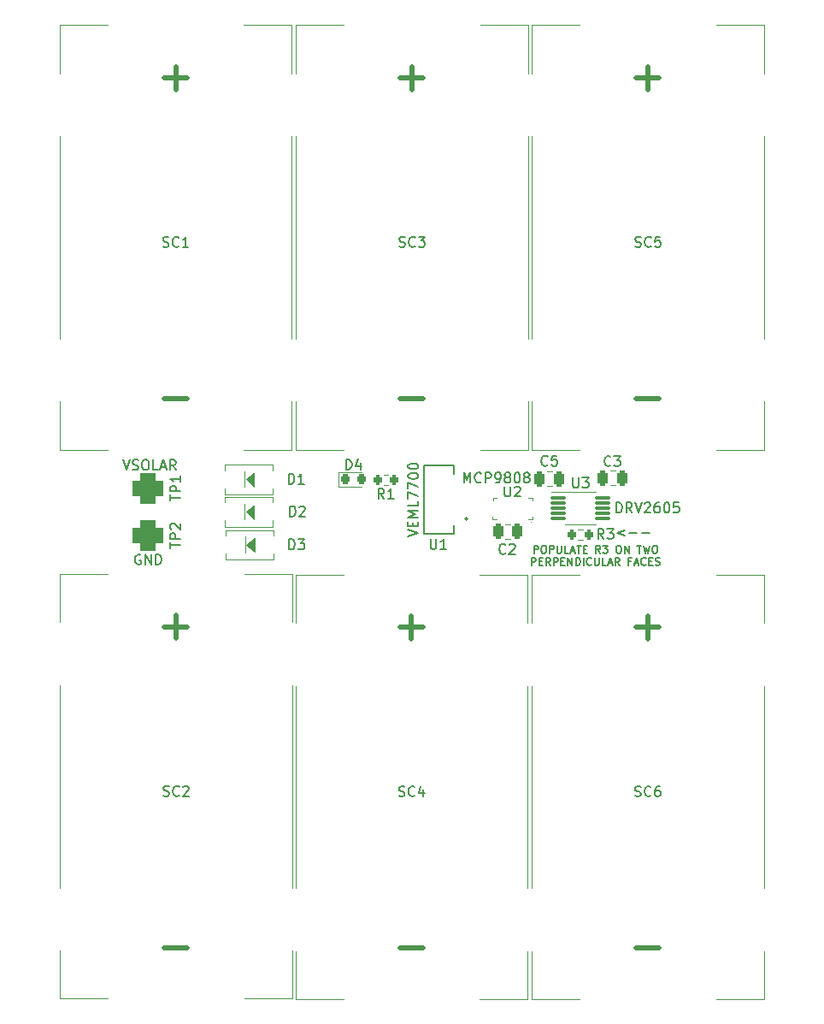
<source format=gbr>
%TF.GenerationSoftware,KiCad,Pcbnew,(6.0.7)*%
%TF.CreationDate,2023-05-18T12:23:56-07:00*%
%TF.ProjectId,solar-panel-NoCutout,736f6c61-722d-4706-916e-656c2d4e6f43,3.0*%
%TF.SameCoordinates,Original*%
%TF.FileFunction,Legend,Top*%
%TF.FilePolarity,Positive*%
%FSLAX46Y46*%
G04 Gerber Fmt 4.6, Leading zero omitted, Abs format (unit mm)*
G04 Created by KiCad (PCBNEW (6.0.7)) date 2023-05-18 12:23:56*
%MOMM*%
%LPD*%
G01*
G04 APERTURE LIST*
G04 Aperture macros list*
%AMRoundRect*
0 Rectangle with rounded corners*
0 $1 Rounding radius*
0 $2 $3 $4 $5 $6 $7 $8 $9 X,Y pos of 4 corners*
0 Add a 4 corners polygon primitive as box body*
4,1,4,$2,$3,$4,$5,$6,$7,$8,$9,$2,$3,0*
0 Add four circle primitives for the rounded corners*
1,1,$1+$1,$2,$3*
1,1,$1+$1,$4,$5*
1,1,$1+$1,$6,$7*
1,1,$1+$1,$8,$9*
0 Add four rect primitives between the rounded corners*
20,1,$1+$1,$2,$3,$4,$5,0*
20,1,$1+$1,$4,$5,$6,$7,0*
20,1,$1+$1,$6,$7,$8,$9,0*
20,1,$1+$1,$8,$9,$2,$3,0*%
G04 Aperture macros list end*
%ADD10C,0.150000*%
%ADD11C,0.500000*%
%ADD12C,0.120000*%
%ADD13C,0.100000*%
%ADD14C,0.127000*%
%ADD15C,0.200000*%
%ADD16C,5.250000*%
%ADD17R,0.750000X0.300000*%
%ADD18R,1.750000X1.450000*%
%ADD19R,13.000000X3.000000*%
%ADD20RoundRect,0.750000X0.750000X-0.750000X0.750000X0.750000X-0.750000X0.750000X-0.750000X-0.750000X0*%
%ADD21R,2.500000X1.700000*%
%ADD22RoundRect,0.250000X-0.250000X-0.475000X0.250000X-0.475000X0.250000X0.475000X-0.250000X0.475000X0*%
%ADD23RoundRect,0.250000X0.250000X0.475000X-0.250000X0.475000X-0.250000X-0.475000X0.250000X-0.475000X0*%
%ADD24R,1.600000X0.700000*%
%ADD25RoundRect,0.200000X0.200000X0.275000X-0.200000X0.275000X-0.200000X-0.275000X0.200000X-0.275000X0*%
%ADD26RoundRect,0.218750X-0.218750X-0.256250X0.218750X-0.256250X0.218750X0.256250X-0.218750X0.256250X0*%
%ADD27RoundRect,0.075000X-0.650000X-0.075000X0.650000X-0.075000X0.650000X0.075000X-0.650000X0.075000X0*%
G04 APERTURE END LIST*
D10*
X117598095Y-119010000D02*
X117502857Y-118962380D01*
X117360000Y-118962380D01*
X117217142Y-119010000D01*
X117121904Y-119105238D01*
X117074285Y-119200476D01*
X117026666Y-119390952D01*
X117026666Y-119533809D01*
X117074285Y-119724285D01*
X117121904Y-119819523D01*
X117217142Y-119914761D01*
X117360000Y-119962380D01*
X117455238Y-119962380D01*
X117598095Y-119914761D01*
X117645714Y-119867142D01*
X117645714Y-119533809D01*
X117455238Y-119533809D01*
X118074285Y-119962380D02*
X118074285Y-118962380D01*
X118645714Y-119962380D01*
X118645714Y-118962380D01*
X119121904Y-119962380D02*
X119121904Y-118962380D01*
X119360000Y-118962380D01*
X119502857Y-119010000D01*
X119598095Y-119105238D01*
X119645714Y-119200476D01*
X119693333Y-119390952D01*
X119693333Y-119533809D01*
X119645714Y-119724285D01*
X119598095Y-119819523D01*
X119502857Y-119914761D01*
X119360000Y-119962380D01*
X119121904Y-119962380D01*
X149621904Y-111852380D02*
X149621904Y-110852380D01*
X149955238Y-111566666D01*
X150288571Y-110852380D01*
X150288571Y-111852380D01*
X151336190Y-111757142D02*
X151288571Y-111804761D01*
X151145714Y-111852380D01*
X151050476Y-111852380D01*
X150907619Y-111804761D01*
X150812380Y-111709523D01*
X150764761Y-111614285D01*
X150717142Y-111423809D01*
X150717142Y-111280952D01*
X150764761Y-111090476D01*
X150812380Y-110995238D01*
X150907619Y-110900000D01*
X151050476Y-110852380D01*
X151145714Y-110852380D01*
X151288571Y-110900000D01*
X151336190Y-110947619D01*
X151764761Y-111852380D02*
X151764761Y-110852380D01*
X152145714Y-110852380D01*
X152240952Y-110900000D01*
X152288571Y-110947619D01*
X152336190Y-111042857D01*
X152336190Y-111185714D01*
X152288571Y-111280952D01*
X152240952Y-111328571D01*
X152145714Y-111376190D01*
X151764761Y-111376190D01*
X152812380Y-111852380D02*
X153002857Y-111852380D01*
X153098095Y-111804761D01*
X153145714Y-111757142D01*
X153240952Y-111614285D01*
X153288571Y-111423809D01*
X153288571Y-111042857D01*
X153240952Y-110947619D01*
X153193333Y-110900000D01*
X153098095Y-110852380D01*
X152907619Y-110852380D01*
X152812380Y-110900000D01*
X152764761Y-110947619D01*
X152717142Y-111042857D01*
X152717142Y-111280952D01*
X152764761Y-111376190D01*
X152812380Y-111423809D01*
X152907619Y-111471428D01*
X153098095Y-111471428D01*
X153193333Y-111423809D01*
X153240952Y-111376190D01*
X153288571Y-111280952D01*
X153860000Y-111280952D02*
X153764761Y-111233333D01*
X153717142Y-111185714D01*
X153669523Y-111090476D01*
X153669523Y-111042857D01*
X153717142Y-110947619D01*
X153764761Y-110900000D01*
X153860000Y-110852380D01*
X154050476Y-110852380D01*
X154145714Y-110900000D01*
X154193333Y-110947619D01*
X154240952Y-111042857D01*
X154240952Y-111090476D01*
X154193333Y-111185714D01*
X154145714Y-111233333D01*
X154050476Y-111280952D01*
X153860000Y-111280952D01*
X153764761Y-111328571D01*
X153717142Y-111376190D01*
X153669523Y-111471428D01*
X153669523Y-111661904D01*
X153717142Y-111757142D01*
X153764761Y-111804761D01*
X153860000Y-111852380D01*
X154050476Y-111852380D01*
X154145714Y-111804761D01*
X154193333Y-111757142D01*
X154240952Y-111661904D01*
X154240952Y-111471428D01*
X154193333Y-111376190D01*
X154145714Y-111328571D01*
X154050476Y-111280952D01*
X154860000Y-110852380D02*
X154955238Y-110852380D01*
X155050476Y-110900000D01*
X155098095Y-110947619D01*
X155145714Y-111042857D01*
X155193333Y-111233333D01*
X155193333Y-111471428D01*
X155145714Y-111661904D01*
X155098095Y-111757142D01*
X155050476Y-111804761D01*
X154955238Y-111852380D01*
X154860000Y-111852380D01*
X154764761Y-111804761D01*
X154717142Y-111757142D01*
X154669523Y-111661904D01*
X154621904Y-111471428D01*
X154621904Y-111233333D01*
X154669523Y-111042857D01*
X154717142Y-110947619D01*
X154764761Y-110900000D01*
X154860000Y-110852380D01*
X155764761Y-111280952D02*
X155669523Y-111233333D01*
X155621904Y-111185714D01*
X155574285Y-111090476D01*
X155574285Y-111042857D01*
X155621904Y-110947619D01*
X155669523Y-110900000D01*
X155764761Y-110852380D01*
X155955238Y-110852380D01*
X156050476Y-110900000D01*
X156098095Y-110947619D01*
X156145714Y-111042857D01*
X156145714Y-111090476D01*
X156098095Y-111185714D01*
X156050476Y-111233333D01*
X155955238Y-111280952D01*
X155764761Y-111280952D01*
X155669523Y-111328571D01*
X155621904Y-111376190D01*
X155574285Y-111471428D01*
X155574285Y-111661904D01*
X155621904Y-111757142D01*
X155669523Y-111804761D01*
X155764761Y-111852380D01*
X155955238Y-111852380D01*
X156050476Y-111804761D01*
X156098095Y-111757142D01*
X156145714Y-111661904D01*
X156145714Y-111471428D01*
X156098095Y-111376190D01*
X156050476Y-111328571D01*
X155955238Y-111280952D01*
X165552857Y-116545714D02*
X164790952Y-116831428D01*
X165552857Y-117117142D01*
X166029047Y-116831428D02*
X166790952Y-116831428D01*
X167267142Y-116831428D02*
X168029047Y-116831428D01*
X144112380Y-117176666D02*
X145112380Y-116843333D01*
X144112380Y-116510000D01*
X144588571Y-116176666D02*
X144588571Y-115843333D01*
X145112380Y-115700476D02*
X145112380Y-116176666D01*
X144112380Y-116176666D01*
X144112380Y-115700476D01*
X145112380Y-115271904D02*
X144112380Y-115271904D01*
X144826666Y-114938571D01*
X144112380Y-114605238D01*
X145112380Y-114605238D01*
X145112380Y-113652857D02*
X145112380Y-114129047D01*
X144112380Y-114129047D01*
X144112380Y-113414761D02*
X144112380Y-112748095D01*
X145112380Y-113176666D01*
X144112380Y-112462380D02*
X144112380Y-111795714D01*
X145112380Y-112224285D01*
X144112380Y-111224285D02*
X144112380Y-111129047D01*
X144160000Y-111033809D01*
X144207619Y-110986190D01*
X144302857Y-110938571D01*
X144493333Y-110890952D01*
X144731428Y-110890952D01*
X144921904Y-110938571D01*
X145017142Y-110986190D01*
X145064761Y-111033809D01*
X145112380Y-111129047D01*
X145112380Y-111224285D01*
X145064761Y-111319523D01*
X145017142Y-111367142D01*
X144921904Y-111414761D01*
X144731428Y-111462380D01*
X144493333Y-111462380D01*
X144302857Y-111414761D01*
X144207619Y-111367142D01*
X144160000Y-111319523D01*
X144112380Y-111224285D01*
X144112380Y-110271904D02*
X144112380Y-110176666D01*
X144160000Y-110081428D01*
X144207619Y-110033809D01*
X144302857Y-109986190D01*
X144493333Y-109938571D01*
X144731428Y-109938571D01*
X144921904Y-109986190D01*
X145017142Y-110033809D01*
X145064761Y-110081428D01*
X145112380Y-110176666D01*
X145112380Y-110271904D01*
X145064761Y-110367142D01*
X145017142Y-110414761D01*
X144921904Y-110462380D01*
X144731428Y-110510000D01*
X144493333Y-110510000D01*
X144302857Y-110462380D01*
X144207619Y-110414761D01*
X144160000Y-110367142D01*
X144112380Y-110271904D01*
X164724761Y-114812380D02*
X164724761Y-113812380D01*
X164962857Y-113812380D01*
X165105714Y-113860000D01*
X165200952Y-113955238D01*
X165248571Y-114050476D01*
X165296190Y-114240952D01*
X165296190Y-114383809D01*
X165248571Y-114574285D01*
X165200952Y-114669523D01*
X165105714Y-114764761D01*
X164962857Y-114812380D01*
X164724761Y-114812380D01*
X166296190Y-114812380D02*
X165962857Y-114336190D01*
X165724761Y-114812380D02*
X165724761Y-113812380D01*
X166105714Y-113812380D01*
X166200952Y-113860000D01*
X166248571Y-113907619D01*
X166296190Y-114002857D01*
X166296190Y-114145714D01*
X166248571Y-114240952D01*
X166200952Y-114288571D01*
X166105714Y-114336190D01*
X165724761Y-114336190D01*
X166581904Y-113812380D02*
X166915238Y-114812380D01*
X167248571Y-113812380D01*
X167534285Y-113907619D02*
X167581904Y-113860000D01*
X167677142Y-113812380D01*
X167915238Y-113812380D01*
X168010476Y-113860000D01*
X168058095Y-113907619D01*
X168105714Y-114002857D01*
X168105714Y-114098095D01*
X168058095Y-114240952D01*
X167486666Y-114812380D01*
X168105714Y-114812380D01*
X168962857Y-113812380D02*
X168772380Y-113812380D01*
X168677142Y-113860000D01*
X168629523Y-113907619D01*
X168534285Y-114050476D01*
X168486666Y-114240952D01*
X168486666Y-114621904D01*
X168534285Y-114717142D01*
X168581904Y-114764761D01*
X168677142Y-114812380D01*
X168867619Y-114812380D01*
X168962857Y-114764761D01*
X169010476Y-114717142D01*
X169058095Y-114621904D01*
X169058095Y-114383809D01*
X169010476Y-114288571D01*
X168962857Y-114240952D01*
X168867619Y-114193333D01*
X168677142Y-114193333D01*
X168581904Y-114240952D01*
X168534285Y-114288571D01*
X168486666Y-114383809D01*
X169677142Y-113812380D02*
X169772380Y-113812380D01*
X169867619Y-113860000D01*
X169915238Y-113907619D01*
X169962857Y-114002857D01*
X170010476Y-114193333D01*
X170010476Y-114431428D01*
X169962857Y-114621904D01*
X169915238Y-114717142D01*
X169867619Y-114764761D01*
X169772380Y-114812380D01*
X169677142Y-114812380D01*
X169581904Y-114764761D01*
X169534285Y-114717142D01*
X169486666Y-114621904D01*
X169439047Y-114431428D01*
X169439047Y-114193333D01*
X169486666Y-114002857D01*
X169534285Y-113907619D01*
X169581904Y-113860000D01*
X169677142Y-113812380D01*
X170915238Y-113812380D02*
X170439047Y-113812380D01*
X170391428Y-114288571D01*
X170439047Y-114240952D01*
X170534285Y-114193333D01*
X170772380Y-114193333D01*
X170867619Y-114240952D01*
X170915238Y-114288571D01*
X170962857Y-114383809D01*
X170962857Y-114621904D01*
X170915238Y-114717142D01*
X170867619Y-114764761D01*
X170772380Y-114812380D01*
X170534285Y-114812380D01*
X170439047Y-114764761D01*
X170391428Y-114717142D01*
X156580714Y-118815535D02*
X156580714Y-118065535D01*
X156866428Y-118065535D01*
X156937857Y-118101250D01*
X156973571Y-118136964D01*
X157009285Y-118208392D01*
X157009285Y-118315535D01*
X156973571Y-118386964D01*
X156937857Y-118422678D01*
X156866428Y-118458392D01*
X156580714Y-118458392D01*
X157473571Y-118065535D02*
X157616428Y-118065535D01*
X157687857Y-118101250D01*
X157759285Y-118172678D01*
X157795000Y-118315535D01*
X157795000Y-118565535D01*
X157759285Y-118708392D01*
X157687857Y-118779821D01*
X157616428Y-118815535D01*
X157473571Y-118815535D01*
X157402142Y-118779821D01*
X157330714Y-118708392D01*
X157295000Y-118565535D01*
X157295000Y-118315535D01*
X157330714Y-118172678D01*
X157402142Y-118101250D01*
X157473571Y-118065535D01*
X158116428Y-118815535D02*
X158116428Y-118065535D01*
X158402142Y-118065535D01*
X158473571Y-118101250D01*
X158509285Y-118136964D01*
X158545000Y-118208392D01*
X158545000Y-118315535D01*
X158509285Y-118386964D01*
X158473571Y-118422678D01*
X158402142Y-118458392D01*
X158116428Y-118458392D01*
X158866428Y-118065535D02*
X158866428Y-118672678D01*
X158902142Y-118744107D01*
X158937857Y-118779821D01*
X159009285Y-118815535D01*
X159152142Y-118815535D01*
X159223571Y-118779821D01*
X159259285Y-118744107D01*
X159295000Y-118672678D01*
X159295000Y-118065535D01*
X160009285Y-118815535D02*
X159652142Y-118815535D01*
X159652142Y-118065535D01*
X160223571Y-118601250D02*
X160580714Y-118601250D01*
X160152142Y-118815535D02*
X160402142Y-118065535D01*
X160652142Y-118815535D01*
X160795000Y-118065535D02*
X161223571Y-118065535D01*
X161009285Y-118815535D02*
X161009285Y-118065535D01*
X161473571Y-118422678D02*
X161723571Y-118422678D01*
X161830714Y-118815535D02*
X161473571Y-118815535D01*
X161473571Y-118065535D01*
X161830714Y-118065535D01*
X163152142Y-118815535D02*
X162902142Y-118458392D01*
X162723571Y-118815535D02*
X162723571Y-118065535D01*
X163009285Y-118065535D01*
X163080714Y-118101250D01*
X163116428Y-118136964D01*
X163152142Y-118208392D01*
X163152142Y-118315535D01*
X163116428Y-118386964D01*
X163080714Y-118422678D01*
X163009285Y-118458392D01*
X162723571Y-118458392D01*
X163402142Y-118065535D02*
X163866428Y-118065535D01*
X163616428Y-118351250D01*
X163723571Y-118351250D01*
X163795000Y-118386964D01*
X163830714Y-118422678D01*
X163866428Y-118494107D01*
X163866428Y-118672678D01*
X163830714Y-118744107D01*
X163795000Y-118779821D01*
X163723571Y-118815535D01*
X163509285Y-118815535D01*
X163437857Y-118779821D01*
X163402142Y-118744107D01*
X164902142Y-118065535D02*
X165045000Y-118065535D01*
X165116428Y-118101250D01*
X165187857Y-118172678D01*
X165223571Y-118315535D01*
X165223571Y-118565535D01*
X165187857Y-118708392D01*
X165116428Y-118779821D01*
X165045000Y-118815535D01*
X164902142Y-118815535D01*
X164830714Y-118779821D01*
X164759285Y-118708392D01*
X164723571Y-118565535D01*
X164723571Y-118315535D01*
X164759285Y-118172678D01*
X164830714Y-118101250D01*
X164902142Y-118065535D01*
X165545000Y-118815535D02*
X165545000Y-118065535D01*
X165973571Y-118815535D01*
X165973571Y-118065535D01*
X166795000Y-118065535D02*
X167223571Y-118065535D01*
X167009285Y-118815535D02*
X167009285Y-118065535D01*
X167402142Y-118065535D02*
X167580714Y-118815535D01*
X167723571Y-118279821D01*
X167866428Y-118815535D01*
X168045000Y-118065535D01*
X168473571Y-118065535D02*
X168616428Y-118065535D01*
X168687857Y-118101250D01*
X168759285Y-118172678D01*
X168795000Y-118315535D01*
X168795000Y-118565535D01*
X168759285Y-118708392D01*
X168687857Y-118779821D01*
X168616428Y-118815535D01*
X168473571Y-118815535D01*
X168402142Y-118779821D01*
X168330714Y-118708392D01*
X168295000Y-118565535D01*
X168295000Y-118315535D01*
X168330714Y-118172678D01*
X168402142Y-118101250D01*
X168473571Y-118065535D01*
X156330714Y-120023035D02*
X156330714Y-119273035D01*
X156616428Y-119273035D01*
X156687857Y-119308750D01*
X156723571Y-119344464D01*
X156759285Y-119415892D01*
X156759285Y-119523035D01*
X156723571Y-119594464D01*
X156687857Y-119630178D01*
X156616428Y-119665892D01*
X156330714Y-119665892D01*
X157080714Y-119630178D02*
X157330714Y-119630178D01*
X157437857Y-120023035D02*
X157080714Y-120023035D01*
X157080714Y-119273035D01*
X157437857Y-119273035D01*
X158187857Y-120023035D02*
X157937857Y-119665892D01*
X157759285Y-120023035D02*
X157759285Y-119273035D01*
X158045000Y-119273035D01*
X158116428Y-119308750D01*
X158152142Y-119344464D01*
X158187857Y-119415892D01*
X158187857Y-119523035D01*
X158152142Y-119594464D01*
X158116428Y-119630178D01*
X158045000Y-119665892D01*
X157759285Y-119665892D01*
X158509285Y-120023035D02*
X158509285Y-119273035D01*
X158795000Y-119273035D01*
X158866428Y-119308750D01*
X158902142Y-119344464D01*
X158937857Y-119415892D01*
X158937857Y-119523035D01*
X158902142Y-119594464D01*
X158866428Y-119630178D01*
X158795000Y-119665892D01*
X158509285Y-119665892D01*
X159259285Y-119630178D02*
X159509285Y-119630178D01*
X159616428Y-120023035D02*
X159259285Y-120023035D01*
X159259285Y-119273035D01*
X159616428Y-119273035D01*
X159937857Y-120023035D02*
X159937857Y-119273035D01*
X160366428Y-120023035D01*
X160366428Y-119273035D01*
X160723571Y-120023035D02*
X160723571Y-119273035D01*
X160902142Y-119273035D01*
X161009285Y-119308750D01*
X161080714Y-119380178D01*
X161116428Y-119451607D01*
X161152142Y-119594464D01*
X161152142Y-119701607D01*
X161116428Y-119844464D01*
X161080714Y-119915892D01*
X161009285Y-119987321D01*
X160902142Y-120023035D01*
X160723571Y-120023035D01*
X161473571Y-120023035D02*
X161473571Y-119273035D01*
X162259285Y-119951607D02*
X162223571Y-119987321D01*
X162116428Y-120023035D01*
X162045000Y-120023035D01*
X161937857Y-119987321D01*
X161866428Y-119915892D01*
X161830714Y-119844464D01*
X161795000Y-119701607D01*
X161795000Y-119594464D01*
X161830714Y-119451607D01*
X161866428Y-119380178D01*
X161937857Y-119308750D01*
X162045000Y-119273035D01*
X162116428Y-119273035D01*
X162223571Y-119308750D01*
X162259285Y-119344464D01*
X162580714Y-119273035D02*
X162580714Y-119880178D01*
X162616428Y-119951607D01*
X162652142Y-119987321D01*
X162723571Y-120023035D01*
X162866428Y-120023035D01*
X162937857Y-119987321D01*
X162973571Y-119951607D01*
X163009285Y-119880178D01*
X163009285Y-119273035D01*
X163723571Y-120023035D02*
X163366428Y-120023035D01*
X163366428Y-119273035D01*
X163937857Y-119808750D02*
X164295000Y-119808750D01*
X163866428Y-120023035D02*
X164116428Y-119273035D01*
X164366428Y-120023035D01*
X165045000Y-120023035D02*
X164795000Y-119665892D01*
X164616428Y-120023035D02*
X164616428Y-119273035D01*
X164902142Y-119273035D01*
X164973571Y-119308750D01*
X165009285Y-119344464D01*
X165045000Y-119415892D01*
X165045000Y-119523035D01*
X165009285Y-119594464D01*
X164973571Y-119630178D01*
X164902142Y-119665892D01*
X164616428Y-119665892D01*
X166187857Y-119630178D02*
X165937857Y-119630178D01*
X165937857Y-120023035D02*
X165937857Y-119273035D01*
X166295000Y-119273035D01*
X166545000Y-119808750D02*
X166902142Y-119808750D01*
X166473571Y-120023035D02*
X166723571Y-119273035D01*
X166973571Y-120023035D01*
X167652142Y-119951607D02*
X167616428Y-119987321D01*
X167509285Y-120023035D01*
X167437857Y-120023035D01*
X167330714Y-119987321D01*
X167259285Y-119915892D01*
X167223571Y-119844464D01*
X167187857Y-119701607D01*
X167187857Y-119594464D01*
X167223571Y-119451607D01*
X167259285Y-119380178D01*
X167330714Y-119308750D01*
X167437857Y-119273035D01*
X167509285Y-119273035D01*
X167616428Y-119308750D01*
X167652142Y-119344464D01*
X167973571Y-119630178D02*
X168223571Y-119630178D01*
X168330714Y-120023035D02*
X167973571Y-120023035D01*
X167973571Y-119273035D01*
X168330714Y-119273035D01*
X168616428Y-119987321D02*
X168723571Y-120023035D01*
X168902142Y-120023035D01*
X168973571Y-119987321D01*
X169009285Y-119951607D01*
X169045000Y-119880178D01*
X169045000Y-119808750D01*
X169009285Y-119737321D01*
X168973571Y-119701607D01*
X168902142Y-119665892D01*
X168759285Y-119630178D01*
X168687857Y-119594464D01*
X168652142Y-119558750D01*
X168616428Y-119487321D01*
X168616428Y-119415892D01*
X168652142Y-119344464D01*
X168687857Y-119308750D01*
X168759285Y-119273035D01*
X168937857Y-119273035D01*
X169045000Y-119308750D01*
X115853333Y-109582380D02*
X116186666Y-110582380D01*
X116520000Y-109582380D01*
X116805714Y-110534761D02*
X116948571Y-110582380D01*
X117186666Y-110582380D01*
X117281904Y-110534761D01*
X117329523Y-110487142D01*
X117377142Y-110391904D01*
X117377142Y-110296666D01*
X117329523Y-110201428D01*
X117281904Y-110153809D01*
X117186666Y-110106190D01*
X116996190Y-110058571D01*
X116900952Y-110010952D01*
X116853333Y-109963333D01*
X116805714Y-109868095D01*
X116805714Y-109772857D01*
X116853333Y-109677619D01*
X116900952Y-109630000D01*
X116996190Y-109582380D01*
X117234285Y-109582380D01*
X117377142Y-109630000D01*
X117996190Y-109582380D02*
X118186666Y-109582380D01*
X118281904Y-109630000D01*
X118377142Y-109725238D01*
X118424761Y-109915714D01*
X118424761Y-110249047D01*
X118377142Y-110439523D01*
X118281904Y-110534761D01*
X118186666Y-110582380D01*
X117996190Y-110582380D01*
X117900952Y-110534761D01*
X117805714Y-110439523D01*
X117758095Y-110249047D01*
X117758095Y-109915714D01*
X117805714Y-109725238D01*
X117900952Y-109630000D01*
X117996190Y-109582380D01*
X119329523Y-110582380D02*
X118853333Y-110582380D01*
X118853333Y-109582380D01*
X119615238Y-110296666D02*
X120091428Y-110296666D01*
X119520000Y-110582380D02*
X119853333Y-109582380D01*
X120186666Y-110582380D01*
X121091428Y-110582380D02*
X120758095Y-110106190D01*
X120520000Y-110582380D02*
X120520000Y-109582380D01*
X120900952Y-109582380D01*
X120996190Y-109630000D01*
X121043809Y-109677619D01*
X121091428Y-109772857D01*
X121091428Y-109915714D01*
X121043809Y-110010952D01*
X120996190Y-110058571D01*
X120900952Y-110106190D01*
X120520000Y-110106190D01*
%TO.C,J2*%
X106206666Y-69762380D02*
X106206666Y-70476666D01*
X106159047Y-70619523D01*
X106063809Y-70714761D01*
X105920952Y-70762380D01*
X105825714Y-70762380D01*
X106635238Y-69857619D02*
X106682857Y-69810000D01*
X106778095Y-69762380D01*
X107016190Y-69762380D01*
X107111428Y-69810000D01*
X107159047Y-69857619D01*
X107206666Y-69952857D01*
X107206666Y-70048095D01*
X107159047Y-70190952D01*
X106587619Y-70762380D01*
X107206666Y-70762380D01*
%TO.C,J3*%
X106086666Y-158882380D02*
X106086666Y-159596666D01*
X106039047Y-159739523D01*
X105943809Y-159834761D01*
X105800952Y-159882380D01*
X105705714Y-159882380D01*
X106467619Y-158882380D02*
X107086666Y-158882380D01*
X106753333Y-159263333D01*
X106896190Y-159263333D01*
X106991428Y-159310952D01*
X107039047Y-159358571D01*
X107086666Y-159453809D01*
X107086666Y-159691904D01*
X107039047Y-159787142D01*
X106991428Y-159834761D01*
X106896190Y-159882380D01*
X106610476Y-159882380D01*
X106515238Y-159834761D01*
X106467619Y-159787142D01*
%TO.C,J4*%
X182266666Y-69832380D02*
X182266666Y-70546666D01*
X182219047Y-70689523D01*
X182123809Y-70784761D01*
X181980952Y-70832380D01*
X181885714Y-70832380D01*
X183171428Y-70165714D02*
X183171428Y-70832380D01*
X182933333Y-69784761D02*
X182695238Y-70499047D01*
X183314285Y-70499047D01*
%TO.C,J5*%
X182046666Y-158822380D02*
X182046666Y-159536666D01*
X181999047Y-159679523D01*
X181903809Y-159774761D01*
X181760952Y-159822380D01*
X181665714Y-159822380D01*
X182999047Y-158822380D02*
X182522857Y-158822380D01*
X182475238Y-159298571D01*
X182522857Y-159250952D01*
X182618095Y-159203333D01*
X182856190Y-159203333D01*
X182951428Y-159250952D01*
X182999047Y-159298571D01*
X183046666Y-159393809D01*
X183046666Y-159631904D01*
X182999047Y-159727142D01*
X182951428Y-159774761D01*
X182856190Y-159822380D01*
X182618095Y-159822380D01*
X182522857Y-159774761D01*
X182475238Y-159727142D01*
%TO.C,U2*%
X153668095Y-112212380D02*
X153668095Y-113021904D01*
X153715714Y-113117142D01*
X153763333Y-113164761D01*
X153858571Y-113212380D01*
X154049047Y-113212380D01*
X154144285Y-113164761D01*
X154191904Y-113117142D01*
X154239523Y-113021904D01*
X154239523Y-112212380D01*
X154668095Y-112307619D02*
X154715714Y-112260000D01*
X154810952Y-112212380D01*
X155049047Y-112212380D01*
X155144285Y-112260000D01*
X155191904Y-112307619D01*
X155239523Y-112402857D01*
X155239523Y-112498095D01*
X155191904Y-112640952D01*
X154620476Y-113212380D01*
X155239523Y-113212380D01*
%TO.C,SC5*%
X166598095Y-88474761D02*
X166740952Y-88522380D01*
X166979047Y-88522380D01*
X167074285Y-88474761D01*
X167121904Y-88427142D01*
X167169523Y-88331904D01*
X167169523Y-88236666D01*
X167121904Y-88141428D01*
X167074285Y-88093809D01*
X166979047Y-88046190D01*
X166788571Y-87998571D01*
X166693333Y-87950952D01*
X166645714Y-87903333D01*
X166598095Y-87808095D01*
X166598095Y-87712857D01*
X166645714Y-87617619D01*
X166693333Y-87570000D01*
X166788571Y-87522380D01*
X167026666Y-87522380D01*
X167169523Y-87570000D01*
X168169523Y-88427142D02*
X168121904Y-88474761D01*
X167979047Y-88522380D01*
X167883809Y-88522380D01*
X167740952Y-88474761D01*
X167645714Y-88379523D01*
X167598095Y-88284285D01*
X167550476Y-88093809D01*
X167550476Y-87950952D01*
X167598095Y-87760476D01*
X167645714Y-87665238D01*
X167740952Y-87570000D01*
X167883809Y-87522380D01*
X167979047Y-87522380D01*
X168121904Y-87570000D01*
X168169523Y-87617619D01*
X169074285Y-87522380D02*
X168598095Y-87522380D01*
X168550476Y-87998571D01*
X168598095Y-87950952D01*
X168693333Y-87903333D01*
X168931428Y-87903333D01*
X169026666Y-87950952D01*
X169074285Y-87998571D01*
X169121904Y-88093809D01*
X169121904Y-88331904D01*
X169074285Y-88427142D01*
X169026666Y-88474761D01*
X168931428Y-88522380D01*
X168693333Y-88522380D01*
X168598095Y-88474761D01*
X168550476Y-88427142D01*
D11*
X166717142Y-71784285D02*
X169002857Y-71784285D01*
X167860000Y-72927142D02*
X167860000Y-70641428D01*
X166717142Y-103534285D02*
X169002857Y-103534285D01*
D10*
%TO.C,TP1*%
X120572380Y-113601904D02*
X120572380Y-113030476D01*
X121572380Y-113316190D02*
X120572380Y-113316190D01*
X121572380Y-112697142D02*
X120572380Y-112697142D01*
X120572380Y-112316190D01*
X120620000Y-112220952D01*
X120667619Y-112173333D01*
X120762857Y-112125714D01*
X120905714Y-112125714D01*
X121000952Y-112173333D01*
X121048571Y-112220952D01*
X121096190Y-112316190D01*
X121096190Y-112697142D01*
X121572380Y-111173333D02*
X121572380Y-111744761D01*
X121572380Y-111459047D02*
X120572380Y-111459047D01*
X120715238Y-111554285D01*
X120810476Y-111649523D01*
X120858095Y-111744761D01*
%TO.C,D3*%
X132311904Y-118452380D02*
X132311904Y-117452380D01*
X132550000Y-117452380D01*
X132692857Y-117500000D01*
X132788095Y-117595238D01*
X132835714Y-117690476D01*
X132883333Y-117880952D01*
X132883333Y-118023809D01*
X132835714Y-118214285D01*
X132788095Y-118309523D01*
X132692857Y-118404761D01*
X132550000Y-118452380D01*
X132311904Y-118452380D01*
X133216666Y-117452380D02*
X133835714Y-117452380D01*
X133502380Y-117833333D01*
X133645238Y-117833333D01*
X133740476Y-117880952D01*
X133788095Y-117928571D01*
X133835714Y-118023809D01*
X133835714Y-118261904D01*
X133788095Y-118357142D01*
X133740476Y-118404761D01*
X133645238Y-118452380D01*
X133359523Y-118452380D01*
X133264285Y-118404761D01*
X133216666Y-118357142D01*
%TO.C,TP2*%
X120542380Y-118311904D02*
X120542380Y-117740476D01*
X121542380Y-118026190D02*
X120542380Y-118026190D01*
X121542380Y-117407142D02*
X120542380Y-117407142D01*
X120542380Y-117026190D01*
X120590000Y-116930952D01*
X120637619Y-116883333D01*
X120732857Y-116835714D01*
X120875714Y-116835714D01*
X120970952Y-116883333D01*
X121018571Y-116930952D01*
X121066190Y-117026190D01*
X121066190Y-117407142D01*
X120637619Y-116454761D02*
X120590000Y-116407142D01*
X120542380Y-116311904D01*
X120542380Y-116073809D01*
X120590000Y-115978571D01*
X120637619Y-115930952D01*
X120732857Y-115883333D01*
X120828095Y-115883333D01*
X120970952Y-115930952D01*
X121542380Y-116502380D01*
X121542380Y-115883333D01*
%TO.C,D1*%
X132281904Y-111962380D02*
X132281904Y-110962380D01*
X132520000Y-110962380D01*
X132662857Y-111010000D01*
X132758095Y-111105238D01*
X132805714Y-111200476D01*
X132853333Y-111390952D01*
X132853333Y-111533809D01*
X132805714Y-111724285D01*
X132758095Y-111819523D01*
X132662857Y-111914761D01*
X132520000Y-111962380D01*
X132281904Y-111962380D01*
X133805714Y-111962380D02*
X133234285Y-111962380D01*
X133520000Y-111962380D02*
X133520000Y-110962380D01*
X133424761Y-111105238D01*
X133329523Y-111200476D01*
X133234285Y-111248095D01*
%TO.C,SC3*%
X143228095Y-88474761D02*
X143370952Y-88522380D01*
X143609047Y-88522380D01*
X143704285Y-88474761D01*
X143751904Y-88427142D01*
X143799523Y-88331904D01*
X143799523Y-88236666D01*
X143751904Y-88141428D01*
X143704285Y-88093809D01*
X143609047Y-88046190D01*
X143418571Y-87998571D01*
X143323333Y-87950952D01*
X143275714Y-87903333D01*
X143228095Y-87808095D01*
X143228095Y-87712857D01*
X143275714Y-87617619D01*
X143323333Y-87570000D01*
X143418571Y-87522380D01*
X143656666Y-87522380D01*
X143799523Y-87570000D01*
X144799523Y-88427142D02*
X144751904Y-88474761D01*
X144609047Y-88522380D01*
X144513809Y-88522380D01*
X144370952Y-88474761D01*
X144275714Y-88379523D01*
X144228095Y-88284285D01*
X144180476Y-88093809D01*
X144180476Y-87950952D01*
X144228095Y-87760476D01*
X144275714Y-87665238D01*
X144370952Y-87570000D01*
X144513809Y-87522380D01*
X144609047Y-87522380D01*
X144751904Y-87570000D01*
X144799523Y-87617619D01*
X145132857Y-87522380D02*
X145751904Y-87522380D01*
X145418571Y-87903333D01*
X145561428Y-87903333D01*
X145656666Y-87950952D01*
X145704285Y-87998571D01*
X145751904Y-88093809D01*
X145751904Y-88331904D01*
X145704285Y-88427142D01*
X145656666Y-88474761D01*
X145561428Y-88522380D01*
X145275714Y-88522380D01*
X145180476Y-88474761D01*
X145132857Y-88427142D01*
D11*
X143347142Y-103534285D02*
X145632857Y-103534285D01*
X143347142Y-71784285D02*
X145632857Y-71784285D01*
X144490000Y-72927142D02*
X144490000Y-70641428D01*
D10*
%TO.C,SC4*%
X143188095Y-142844761D02*
X143330952Y-142892380D01*
X143569047Y-142892380D01*
X143664285Y-142844761D01*
X143711904Y-142797142D01*
X143759523Y-142701904D01*
X143759523Y-142606666D01*
X143711904Y-142511428D01*
X143664285Y-142463809D01*
X143569047Y-142416190D01*
X143378571Y-142368571D01*
X143283333Y-142320952D01*
X143235714Y-142273333D01*
X143188095Y-142178095D01*
X143188095Y-142082857D01*
X143235714Y-141987619D01*
X143283333Y-141940000D01*
X143378571Y-141892380D01*
X143616666Y-141892380D01*
X143759523Y-141940000D01*
X144759523Y-142797142D02*
X144711904Y-142844761D01*
X144569047Y-142892380D01*
X144473809Y-142892380D01*
X144330952Y-142844761D01*
X144235714Y-142749523D01*
X144188095Y-142654285D01*
X144140476Y-142463809D01*
X144140476Y-142320952D01*
X144188095Y-142130476D01*
X144235714Y-142035238D01*
X144330952Y-141940000D01*
X144473809Y-141892380D01*
X144569047Y-141892380D01*
X144711904Y-141940000D01*
X144759523Y-141987619D01*
X145616666Y-142225714D02*
X145616666Y-142892380D01*
X145378571Y-141844761D02*
X145140476Y-142559047D01*
X145759523Y-142559047D01*
D11*
X143307142Y-157904285D02*
X145592857Y-157904285D01*
X143307142Y-126154285D02*
X145592857Y-126154285D01*
X144450000Y-127297142D02*
X144450000Y-125011428D01*
D10*
%TO.C,SC2*%
X119858095Y-142824761D02*
X120000952Y-142872380D01*
X120239047Y-142872380D01*
X120334285Y-142824761D01*
X120381904Y-142777142D01*
X120429523Y-142681904D01*
X120429523Y-142586666D01*
X120381904Y-142491428D01*
X120334285Y-142443809D01*
X120239047Y-142396190D01*
X120048571Y-142348571D01*
X119953333Y-142300952D01*
X119905714Y-142253333D01*
X119858095Y-142158095D01*
X119858095Y-142062857D01*
X119905714Y-141967619D01*
X119953333Y-141920000D01*
X120048571Y-141872380D01*
X120286666Y-141872380D01*
X120429523Y-141920000D01*
X121429523Y-142777142D02*
X121381904Y-142824761D01*
X121239047Y-142872380D01*
X121143809Y-142872380D01*
X121000952Y-142824761D01*
X120905714Y-142729523D01*
X120858095Y-142634285D01*
X120810476Y-142443809D01*
X120810476Y-142300952D01*
X120858095Y-142110476D01*
X120905714Y-142015238D01*
X121000952Y-141920000D01*
X121143809Y-141872380D01*
X121239047Y-141872380D01*
X121381904Y-141920000D01*
X121429523Y-141967619D01*
X121810476Y-141967619D02*
X121858095Y-141920000D01*
X121953333Y-141872380D01*
X122191428Y-141872380D01*
X122286666Y-141920000D01*
X122334285Y-141967619D01*
X122381904Y-142062857D01*
X122381904Y-142158095D01*
X122334285Y-142300952D01*
X121762857Y-142872380D01*
X122381904Y-142872380D01*
D11*
X119977142Y-126134285D02*
X122262857Y-126134285D01*
X121120000Y-127277142D02*
X121120000Y-124991428D01*
X119977142Y-157884285D02*
X122262857Y-157884285D01*
D10*
%TO.C,D2*%
X132391904Y-115182380D02*
X132391904Y-114182380D01*
X132630000Y-114182380D01*
X132772857Y-114230000D01*
X132868095Y-114325238D01*
X132915714Y-114420476D01*
X132963333Y-114610952D01*
X132963333Y-114753809D01*
X132915714Y-114944285D01*
X132868095Y-115039523D01*
X132772857Y-115134761D01*
X132630000Y-115182380D01*
X132391904Y-115182380D01*
X133344285Y-114277619D02*
X133391904Y-114230000D01*
X133487142Y-114182380D01*
X133725238Y-114182380D01*
X133820476Y-114230000D01*
X133868095Y-114277619D01*
X133915714Y-114372857D01*
X133915714Y-114468095D01*
X133868095Y-114610952D01*
X133296666Y-115182380D01*
X133915714Y-115182380D01*
%TO.C,SC6*%
X166588095Y-142854761D02*
X166730952Y-142902380D01*
X166969047Y-142902380D01*
X167064285Y-142854761D01*
X167111904Y-142807142D01*
X167159523Y-142711904D01*
X167159523Y-142616666D01*
X167111904Y-142521428D01*
X167064285Y-142473809D01*
X166969047Y-142426190D01*
X166778571Y-142378571D01*
X166683333Y-142330952D01*
X166635714Y-142283333D01*
X166588095Y-142188095D01*
X166588095Y-142092857D01*
X166635714Y-141997619D01*
X166683333Y-141950000D01*
X166778571Y-141902380D01*
X167016666Y-141902380D01*
X167159523Y-141950000D01*
X168159523Y-142807142D02*
X168111904Y-142854761D01*
X167969047Y-142902380D01*
X167873809Y-142902380D01*
X167730952Y-142854761D01*
X167635714Y-142759523D01*
X167588095Y-142664285D01*
X167540476Y-142473809D01*
X167540476Y-142330952D01*
X167588095Y-142140476D01*
X167635714Y-142045238D01*
X167730952Y-141950000D01*
X167873809Y-141902380D01*
X167969047Y-141902380D01*
X168111904Y-141950000D01*
X168159523Y-141997619D01*
X169016666Y-141902380D02*
X168826190Y-141902380D01*
X168730952Y-141950000D01*
X168683333Y-141997619D01*
X168588095Y-142140476D01*
X168540476Y-142330952D01*
X168540476Y-142711904D01*
X168588095Y-142807142D01*
X168635714Y-142854761D01*
X168730952Y-142902380D01*
X168921428Y-142902380D01*
X169016666Y-142854761D01*
X169064285Y-142807142D01*
X169111904Y-142711904D01*
X169111904Y-142473809D01*
X169064285Y-142378571D01*
X169016666Y-142330952D01*
X168921428Y-142283333D01*
X168730952Y-142283333D01*
X168635714Y-142330952D01*
X168588095Y-142378571D01*
X168540476Y-142473809D01*
D11*
X166707142Y-157914285D02*
X168992857Y-157914285D01*
X166707142Y-126164285D02*
X168992857Y-126164285D01*
X167850000Y-127307142D02*
X167850000Y-125021428D01*
D10*
%TO.C,C2*%
X153753333Y-118807142D02*
X153705714Y-118854761D01*
X153562857Y-118902380D01*
X153467619Y-118902380D01*
X153324761Y-118854761D01*
X153229523Y-118759523D01*
X153181904Y-118664285D01*
X153134285Y-118473809D01*
X153134285Y-118330952D01*
X153181904Y-118140476D01*
X153229523Y-118045238D01*
X153324761Y-117950000D01*
X153467619Y-117902380D01*
X153562857Y-117902380D01*
X153705714Y-117950000D01*
X153753333Y-117997619D01*
X154134285Y-117997619D02*
X154181904Y-117950000D01*
X154277142Y-117902380D01*
X154515238Y-117902380D01*
X154610476Y-117950000D01*
X154658095Y-117997619D01*
X154705714Y-118092857D01*
X154705714Y-118188095D01*
X154658095Y-118330952D01*
X154086666Y-118902380D01*
X154705714Y-118902380D01*
%TO.C,C5*%
X157923333Y-110087142D02*
X157875714Y-110134761D01*
X157732857Y-110182380D01*
X157637619Y-110182380D01*
X157494761Y-110134761D01*
X157399523Y-110039523D01*
X157351904Y-109944285D01*
X157304285Y-109753809D01*
X157304285Y-109610952D01*
X157351904Y-109420476D01*
X157399523Y-109325238D01*
X157494761Y-109230000D01*
X157637619Y-109182380D01*
X157732857Y-109182380D01*
X157875714Y-109230000D01*
X157923333Y-109277619D01*
X158828095Y-109182380D02*
X158351904Y-109182380D01*
X158304285Y-109658571D01*
X158351904Y-109610952D01*
X158447142Y-109563333D01*
X158685238Y-109563333D01*
X158780476Y-109610952D01*
X158828095Y-109658571D01*
X158875714Y-109753809D01*
X158875714Y-109991904D01*
X158828095Y-110087142D01*
X158780476Y-110134761D01*
X158685238Y-110182380D01*
X158447142Y-110182380D01*
X158351904Y-110134761D01*
X158304285Y-110087142D01*
%TO.C,U1*%
X146318095Y-117412380D02*
X146318095Y-118221904D01*
X146365714Y-118317142D01*
X146413333Y-118364761D01*
X146508571Y-118412380D01*
X146699047Y-118412380D01*
X146794285Y-118364761D01*
X146841904Y-118317142D01*
X146889523Y-118221904D01*
X146889523Y-117412380D01*
X147889523Y-118412380D02*
X147318095Y-118412380D01*
X147603809Y-118412380D02*
X147603809Y-117412380D01*
X147508571Y-117555238D01*
X147413333Y-117650476D01*
X147318095Y-117698095D01*
%TO.C,R3*%
X163493333Y-117422380D02*
X163160000Y-116946190D01*
X162921904Y-117422380D02*
X162921904Y-116422380D01*
X163302857Y-116422380D01*
X163398095Y-116470000D01*
X163445714Y-116517619D01*
X163493333Y-116612857D01*
X163493333Y-116755714D01*
X163445714Y-116850952D01*
X163398095Y-116898571D01*
X163302857Y-116946190D01*
X162921904Y-116946190D01*
X163826666Y-116422380D02*
X164445714Y-116422380D01*
X164112380Y-116803333D01*
X164255238Y-116803333D01*
X164350476Y-116850952D01*
X164398095Y-116898571D01*
X164445714Y-116993809D01*
X164445714Y-117231904D01*
X164398095Y-117327142D01*
X164350476Y-117374761D01*
X164255238Y-117422380D01*
X163969523Y-117422380D01*
X163874285Y-117374761D01*
X163826666Y-117327142D01*
%TO.C,C3*%
X164173333Y-110127142D02*
X164125714Y-110174761D01*
X163982857Y-110222380D01*
X163887619Y-110222380D01*
X163744761Y-110174761D01*
X163649523Y-110079523D01*
X163601904Y-109984285D01*
X163554285Y-109793809D01*
X163554285Y-109650952D01*
X163601904Y-109460476D01*
X163649523Y-109365238D01*
X163744761Y-109270000D01*
X163887619Y-109222380D01*
X163982857Y-109222380D01*
X164125714Y-109270000D01*
X164173333Y-109317619D01*
X164506666Y-109222380D02*
X165125714Y-109222380D01*
X164792380Y-109603333D01*
X164935238Y-109603333D01*
X165030476Y-109650952D01*
X165078095Y-109698571D01*
X165125714Y-109793809D01*
X165125714Y-110031904D01*
X165078095Y-110127142D01*
X165030476Y-110174761D01*
X164935238Y-110222380D01*
X164649523Y-110222380D01*
X164554285Y-110174761D01*
X164506666Y-110127142D01*
%TO.C,D4*%
X137961904Y-110547380D02*
X137961904Y-109547380D01*
X138200000Y-109547380D01*
X138342857Y-109595000D01*
X138438095Y-109690238D01*
X138485714Y-109785476D01*
X138533333Y-109975952D01*
X138533333Y-110118809D01*
X138485714Y-110309285D01*
X138438095Y-110404523D01*
X138342857Y-110499761D01*
X138200000Y-110547380D01*
X137961904Y-110547380D01*
X139390476Y-109880714D02*
X139390476Y-110547380D01*
X139152380Y-109499761D02*
X138914285Y-110214047D01*
X139533333Y-110214047D01*
%TO.C,SC1*%
X119828095Y-88474761D02*
X119970952Y-88522380D01*
X120209047Y-88522380D01*
X120304285Y-88474761D01*
X120351904Y-88427142D01*
X120399523Y-88331904D01*
X120399523Y-88236666D01*
X120351904Y-88141428D01*
X120304285Y-88093809D01*
X120209047Y-88046190D01*
X120018571Y-87998571D01*
X119923333Y-87950952D01*
X119875714Y-87903333D01*
X119828095Y-87808095D01*
X119828095Y-87712857D01*
X119875714Y-87617619D01*
X119923333Y-87570000D01*
X120018571Y-87522380D01*
X120256666Y-87522380D01*
X120399523Y-87570000D01*
X121399523Y-88427142D02*
X121351904Y-88474761D01*
X121209047Y-88522380D01*
X121113809Y-88522380D01*
X120970952Y-88474761D01*
X120875714Y-88379523D01*
X120828095Y-88284285D01*
X120780476Y-88093809D01*
X120780476Y-87950952D01*
X120828095Y-87760476D01*
X120875714Y-87665238D01*
X120970952Y-87570000D01*
X121113809Y-87522380D01*
X121209047Y-87522380D01*
X121351904Y-87570000D01*
X121399523Y-87617619D01*
X122351904Y-88522380D02*
X121780476Y-88522380D01*
X122066190Y-88522380D02*
X122066190Y-87522380D01*
X121970952Y-87665238D01*
X121875714Y-87760476D01*
X121780476Y-87808095D01*
D11*
X119947142Y-71784285D02*
X122232857Y-71784285D01*
X121090000Y-72927142D02*
X121090000Y-70641428D01*
X119947142Y-103534285D02*
X122232857Y-103534285D01*
D10*
%TO.C,R1*%
X141733333Y-113432380D02*
X141400000Y-112956190D01*
X141161904Y-113432380D02*
X141161904Y-112432380D01*
X141542857Y-112432380D01*
X141638095Y-112480000D01*
X141685714Y-112527619D01*
X141733333Y-112622857D01*
X141733333Y-112765714D01*
X141685714Y-112860952D01*
X141638095Y-112908571D01*
X141542857Y-112956190D01*
X141161904Y-112956190D01*
X142685714Y-113432380D02*
X142114285Y-113432380D01*
X142400000Y-113432380D02*
X142400000Y-112432380D01*
X142304761Y-112575238D01*
X142209523Y-112670476D01*
X142114285Y-112718095D01*
%TO.C,U3*%
X160418095Y-111352380D02*
X160418095Y-112161904D01*
X160465714Y-112257142D01*
X160513333Y-112304761D01*
X160608571Y-112352380D01*
X160799047Y-112352380D01*
X160894285Y-112304761D01*
X160941904Y-112257142D01*
X160989523Y-112161904D01*
X160989523Y-111352380D01*
X161370476Y-111352380D02*
X161989523Y-111352380D01*
X161656190Y-111733333D01*
X161799047Y-111733333D01*
X161894285Y-111780952D01*
X161941904Y-111828571D01*
X161989523Y-111923809D01*
X161989523Y-112161904D01*
X161941904Y-112257142D01*
X161894285Y-112304761D01*
X161799047Y-112352380D01*
X161513333Y-112352380D01*
X161418095Y-112304761D01*
X161370476Y-112257142D01*
D12*
%TO.C,U2*%
X152500000Y-113370000D02*
X152500000Y-113620000D01*
X152450000Y-115470000D02*
X152450000Y-115220000D01*
X152800000Y-113370000D02*
X152900000Y-113370000D01*
X156450000Y-113370000D02*
X156150000Y-113370000D01*
X156400000Y-115470000D02*
X156400000Y-115220000D01*
X152450000Y-115470000D02*
X152750000Y-115470000D01*
X156100000Y-115470000D02*
X156400000Y-115470000D01*
X156150000Y-113370000D02*
X156050000Y-113370000D01*
X156100000Y-115470000D02*
X156000000Y-115470000D01*
X156150000Y-113370000D02*
X156450000Y-113370000D01*
X156450000Y-113370000D02*
X156450000Y-113620000D01*
X152800000Y-113370000D02*
X152500000Y-113370000D01*
X152500000Y-113370000D02*
X152800000Y-113370000D01*
X152750000Y-115470000D02*
X152850000Y-115470000D01*
X152750000Y-115470000D02*
X152450000Y-115470000D01*
X156400000Y-115470000D02*
X156100000Y-115470000D01*
X156300000Y-115770000D02*
G75*
G03*
X156300000Y-115770000I-50000J0D01*
G01*
%TO.C,SC5*%
X161110000Y-66570000D02*
X156360000Y-66570000D01*
X179360000Y-87570000D02*
X179360000Y-97570000D01*
X156360000Y-77570000D02*
X156360000Y-97570000D01*
X156360000Y-87570000D02*
X156360000Y-77570000D01*
X179360000Y-87570000D02*
X179360000Y-77570000D01*
X179360000Y-95820000D02*
X179360000Y-87570000D01*
X156360000Y-66570000D02*
X156360000Y-71320000D01*
X179360000Y-77570000D02*
X179360000Y-95820000D01*
X156360000Y-66570000D02*
X161110000Y-66570000D01*
X156360000Y-108570000D02*
X161110000Y-108570000D01*
X156360000Y-108570000D02*
X156360000Y-103820000D01*
X179360000Y-66570000D02*
X179360000Y-71320000D01*
X174610000Y-108570000D02*
X179360000Y-108570000D01*
X174610000Y-66570000D02*
X179360000Y-66570000D01*
X179360000Y-108570000D02*
X179360000Y-103820000D01*
%TO.C,D3*%
X126025000Y-119450000D02*
X130775000Y-119450000D01*
X126025000Y-119450000D02*
X126025000Y-116550000D01*
X130775000Y-119450000D02*
X130775000Y-116550000D01*
X127968200Y-117187200D02*
X127968200Y-118736600D01*
X126025000Y-116550000D02*
X130775000Y-116550000D01*
G36*
X128908000Y-118711200D02*
G01*
X128095200Y-117974600D01*
X128908000Y-117365000D01*
X128908000Y-118711200D01*
G37*
D13*
X128908000Y-118711200D02*
X128095200Y-117974600D01*
X128908000Y-117365000D01*
X128908000Y-118711200D01*
D12*
%TO.C,D1*%
X125985000Y-112990000D02*
X125985000Y-110090000D01*
X130735000Y-112990000D02*
X130735000Y-110090000D01*
X125985000Y-112990000D02*
X130735000Y-112990000D01*
X125985000Y-110090000D02*
X130735000Y-110090000D01*
X127928200Y-110727200D02*
X127928200Y-112276600D01*
G36*
X128868000Y-112251200D02*
G01*
X128055200Y-111514600D01*
X128868000Y-110905000D01*
X128868000Y-112251200D01*
G37*
D13*
X128868000Y-112251200D02*
X128055200Y-111514600D01*
X128868000Y-110905000D01*
X128868000Y-112251200D01*
D12*
%TO.C,SC3*%
X132990000Y-87570000D02*
X132990000Y-77570000D01*
X132990000Y-77570000D02*
X132990000Y-97570000D01*
X151240000Y-66570000D02*
X155990000Y-66570000D01*
X155990000Y-66570000D02*
X155990000Y-71320000D01*
X132990000Y-66570000D02*
X132990000Y-71320000D01*
X155990000Y-77570000D02*
X155990000Y-95820000D01*
X132990000Y-108570000D02*
X137740000Y-108570000D01*
X132990000Y-108570000D02*
X132990000Y-103820000D01*
X137740000Y-66570000D02*
X132990000Y-66570000D01*
X155990000Y-95820000D02*
X155990000Y-87570000D01*
X151240000Y-108570000D02*
X155990000Y-108570000D01*
X155990000Y-108570000D02*
X155990000Y-103820000D01*
X132990000Y-66570000D02*
X137740000Y-66570000D01*
X155990000Y-87570000D02*
X155990000Y-97570000D01*
X155990000Y-87570000D02*
X155990000Y-77570000D01*
%TO.C,SC4*%
X155950000Y-141940000D02*
X155950000Y-131940000D01*
X132950000Y-131940000D02*
X132950000Y-151940000D01*
X155950000Y-131940000D02*
X155950000Y-150190000D01*
X132950000Y-162940000D02*
X137700000Y-162940000D01*
X155950000Y-150190000D02*
X155950000Y-141940000D01*
X132950000Y-141940000D02*
X132950000Y-131940000D01*
X155950000Y-120940000D02*
X155950000Y-125690000D01*
X155950000Y-141940000D02*
X155950000Y-151940000D01*
X137700000Y-120940000D02*
X132950000Y-120940000D01*
X132950000Y-120940000D02*
X137700000Y-120940000D01*
X155950000Y-162940000D02*
X155950000Y-158190000D01*
X151200000Y-120940000D02*
X155950000Y-120940000D01*
X151200000Y-162940000D02*
X155950000Y-162940000D01*
X132950000Y-120940000D02*
X132950000Y-125690000D01*
X132950000Y-162940000D02*
X132950000Y-158190000D01*
%TO.C,SC2*%
X132620000Y-150170000D02*
X132620000Y-141920000D01*
X109620000Y-162920000D02*
X114370000Y-162920000D01*
X109620000Y-162920000D02*
X109620000Y-158170000D01*
X114370000Y-120920000D02*
X109620000Y-120920000D01*
X132620000Y-131920000D02*
X132620000Y-150170000D01*
X109620000Y-141920000D02*
X109620000Y-131920000D01*
X109620000Y-131920000D02*
X109620000Y-151920000D01*
X132620000Y-141920000D02*
X132620000Y-131920000D01*
X132620000Y-120920000D02*
X132620000Y-125670000D01*
X109620000Y-120920000D02*
X114370000Y-120920000D01*
X127870000Y-120920000D02*
X132620000Y-120920000D01*
X109620000Y-120920000D02*
X109620000Y-125670000D01*
X132620000Y-141920000D02*
X132620000Y-151920000D01*
X132620000Y-162920000D02*
X132620000Y-158170000D01*
X127870000Y-162920000D02*
X132620000Y-162920000D01*
%TO.C,D2*%
X125985000Y-116200000D02*
X125985000Y-113300000D01*
X125985000Y-113300000D02*
X130735000Y-113300000D01*
X130735000Y-116200000D02*
X130735000Y-113300000D01*
X125985000Y-116200000D02*
X130735000Y-116200000D01*
X127928200Y-113937200D02*
X127928200Y-115486600D01*
G36*
X128868000Y-115461200D02*
G01*
X128055200Y-114724600D01*
X128868000Y-114115000D01*
X128868000Y-115461200D01*
G37*
D13*
X128868000Y-115461200D02*
X128055200Y-114724600D01*
X128868000Y-114115000D01*
X128868000Y-115461200D01*
D12*
%TO.C,SC6*%
X179350000Y-141950000D02*
X179350000Y-151950000D01*
X161100000Y-120950000D02*
X156350000Y-120950000D01*
X156350000Y-141950000D02*
X156350000Y-131950000D01*
X174600000Y-120950000D02*
X179350000Y-120950000D01*
X179350000Y-141950000D02*
X179350000Y-131950000D01*
X156350000Y-162950000D02*
X161100000Y-162950000D01*
X174600000Y-162950000D02*
X179350000Y-162950000D01*
X156350000Y-131950000D02*
X156350000Y-151950000D01*
X179350000Y-120950000D02*
X179350000Y-125700000D01*
X179350000Y-150200000D02*
X179350000Y-141950000D01*
X156350000Y-162950000D02*
X156350000Y-158200000D01*
X156350000Y-120950000D02*
X161100000Y-120950000D01*
X156350000Y-120950000D02*
X156350000Y-125700000D01*
X179350000Y-131950000D02*
X179350000Y-150200000D01*
X179350000Y-162950000D02*
X179350000Y-158200000D01*
%TO.C,C2*%
X153698748Y-115955000D02*
X154221252Y-115955000D01*
X153698748Y-117425000D02*
X154221252Y-117425000D01*
%TO.C,C5*%
X158361252Y-110715000D02*
X157838748Y-110715000D01*
X158361252Y-112185000D02*
X157838748Y-112185000D01*
D14*
%TO.C,U1*%
X145675000Y-116925000D02*
X145675000Y-110125000D01*
X148675000Y-116100000D02*
X148675000Y-116925000D01*
X148675000Y-110125000D02*
X148675000Y-110950000D01*
X148675000Y-116925000D02*
X145675000Y-116925000D01*
X145675000Y-110125000D02*
X148675000Y-110125000D01*
D15*
X149975000Y-115430000D02*
G75*
G03*
X149975000Y-115430000I-100000J0D01*
G01*
D12*
%TO.C,R3*%
X161402258Y-116447500D02*
X160927742Y-116447500D01*
X161402258Y-117492500D02*
X160927742Y-117492500D01*
%TO.C,C3*%
X164098748Y-112115000D02*
X164621252Y-112115000D01*
X164098748Y-110645000D02*
X164621252Y-110645000D01*
%TO.C,D4*%
X139500000Y-110790000D02*
X137215000Y-110790000D01*
X137215000Y-112260000D02*
X139500000Y-112260000D01*
X137215000Y-110790000D02*
X137215000Y-112260000D01*
%TO.C,SC1*%
X132590000Y-66570000D02*
X132590000Y-71320000D01*
X114340000Y-66570000D02*
X109590000Y-66570000D01*
X127840000Y-108570000D02*
X132590000Y-108570000D01*
X109590000Y-108570000D02*
X109590000Y-103820000D01*
X132590000Y-95820000D02*
X132590000Y-87570000D01*
X109590000Y-108570000D02*
X114340000Y-108570000D01*
X132590000Y-108570000D02*
X132590000Y-103820000D01*
X109590000Y-66570000D02*
X109590000Y-71320000D01*
X132590000Y-87570000D02*
X132590000Y-77570000D01*
X127840000Y-66570000D02*
X132590000Y-66570000D01*
X132590000Y-87570000D02*
X132590000Y-97570000D01*
X132590000Y-77570000D02*
X132590000Y-95820000D01*
X109590000Y-77570000D02*
X109590000Y-97570000D01*
X109590000Y-87570000D02*
X109590000Y-77570000D01*
X109590000Y-66570000D02*
X114340000Y-66570000D01*
%TO.C,R1*%
X142137258Y-112072500D02*
X141662742Y-112072500D01*
X142137258Y-111027500D02*
X141662742Y-111027500D01*
%TO.C,U3*%
X161180000Y-115960000D02*
X162680000Y-115960000D01*
X161180000Y-112740000D02*
X158255000Y-112740000D01*
X161180000Y-112740000D02*
X162680000Y-112740000D01*
X161180000Y-115960000D02*
X159680000Y-115960000D01*
%TD*%
%LPC*%
D16*
%TO.C,J2*%
X106500000Y-70300000D03*
%TD*%
%TO.C,J3*%
X106500000Y-159300000D03*
%TD*%
%TO.C,J4*%
X182500000Y-70300000D03*
%TD*%
%TO.C,J5*%
X182500000Y-159300000D03*
%TD*%
D17*
%TO.C,U2*%
X155900000Y-115170000D03*
X155900000Y-114670000D03*
X155900000Y-114170000D03*
X155900000Y-113670000D03*
X153000000Y-113670000D03*
X153000000Y-114170000D03*
X153000000Y-114670000D03*
X153000000Y-115170000D03*
D18*
X154450000Y-114420000D03*
%TD*%
D19*
%TO.C,SC5*%
X167860000Y-67570000D03*
X167860000Y-107570000D03*
%TD*%
D20*
%TO.C,TP1*%
X118370000Y-112450000D03*
%TD*%
D21*
%TO.C,D3*%
X126400000Y-118000000D03*
X130400000Y-118000000D03*
%TD*%
D20*
%TO.C,TP2*%
X118360000Y-117050000D03*
%TD*%
D21*
%TO.C,D1*%
X126360000Y-111540000D03*
X130360000Y-111540000D03*
%TD*%
D19*
%TO.C,SC3*%
X144490000Y-67570000D03*
X144490000Y-107570000D03*
%TD*%
%TO.C,SC4*%
X144450000Y-121940000D03*
X144450000Y-161940000D03*
%TD*%
%TO.C,SC2*%
X121120000Y-121920000D03*
X121120000Y-161920000D03*
%TD*%
D21*
%TO.C,D2*%
X126360000Y-114750000D03*
X130360000Y-114750000D03*
%TD*%
D19*
%TO.C,SC6*%
X167850000Y-121950000D03*
X167850000Y-161950000D03*
%TD*%
D22*
%TO.C,C2*%
X153010000Y-116690000D03*
X154910000Y-116690000D03*
%TD*%
D23*
%TO.C,C5*%
X159050000Y-111450000D03*
X157150000Y-111450000D03*
%TD*%
D24*
%TO.C,U1*%
X148075000Y-115430000D03*
X148075000Y-114160000D03*
X148075000Y-112890000D03*
X148075000Y-111620000D03*
%TD*%
D25*
%TO.C,R3*%
X161990000Y-116970000D03*
X160340000Y-116970000D03*
%TD*%
D22*
%TO.C,C3*%
X163410000Y-111380000D03*
X165310000Y-111380000D03*
%TD*%
D26*
%TO.C,D4*%
X137912500Y-111525000D03*
X139487500Y-111525000D03*
%TD*%
D19*
%TO.C,SC1*%
X121090000Y-67570000D03*
X121090000Y-107570000D03*
%TD*%
D25*
%TO.C,R1*%
X142725000Y-111550000D03*
X141075000Y-111550000D03*
%TD*%
D27*
%TO.C,U3*%
X158980000Y-113350000D03*
X158980000Y-113850000D03*
X158980000Y-114350000D03*
X158980000Y-114850000D03*
X158980000Y-115350000D03*
X163380000Y-115350000D03*
X163380000Y-114850000D03*
X163380000Y-114350000D03*
X163380000Y-113850000D03*
X163380000Y-113350000D03*
%TD*%
M02*

</source>
